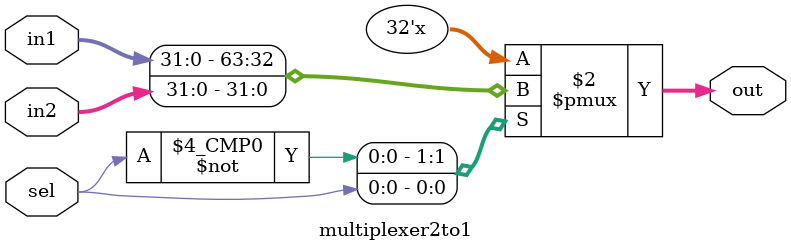
<source format=v>
module multiplexer2to1(
  input sel,
  input [31:0] in1,
  input [31:0] in2,
  output reg [31:0] out
);
  always @(*) begin
    case (sel)
      1'b0: out = in1;
      1'b1: out = in2;
    endcase
    // todo add else if xxxxx
  end
endmodule
</source>
